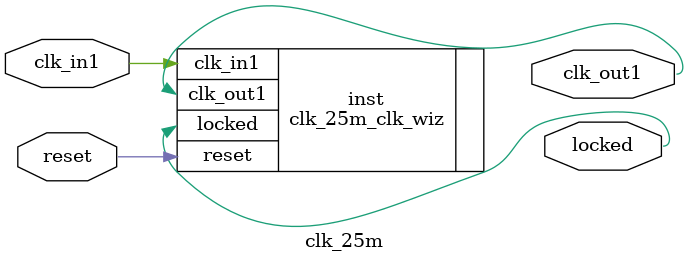
<source format=v>


`timescale 1ps/1ps

(* CORE_GENERATION_INFO = "clk_25m,clk_wiz_v6_0_2_0_0,{component_name=clk_25m,use_phase_alignment=true,use_min_o_jitter=false,use_max_i_jitter=false,use_dyn_phase_shift=false,use_inclk_switchover=false,use_dyn_reconfig=false,enable_axi=0,feedback_source=FDBK_AUTO,PRIMITIVE=PLL,num_out_clk=1,clkin1_period=20.000,clkin2_period=10.0,use_power_down=false,use_reset=true,use_locked=true,use_inclk_stopped=false,feedback_type=SINGLE,CLOCK_MGR_TYPE=NA,manual_override=false}" *)

module clk_25m 
 (
  // Clock out ports
  output        clk_out1,
  // Status and control signals
  input         reset,
  output        locked,
 // Clock in ports
  input         clk_in1
 );

  clk_25m_clk_wiz inst
  (
  // Clock out ports  
  .clk_out1(clk_out1),
  // Status and control signals               
  .reset(reset), 
  .locked(locked),
 // Clock in ports
  .clk_in1(clk_in1)
  );

endmodule

</source>
